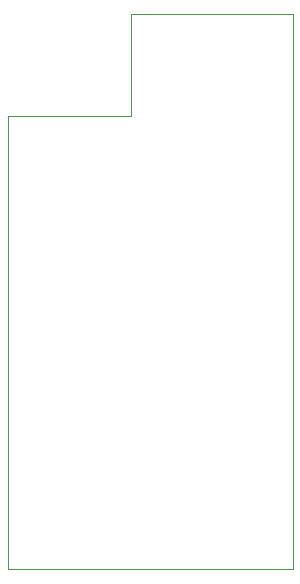
<source format=gbr>
%TF.GenerationSoftware,KiCad,Pcbnew,(7.0.0)*%
%TF.CreationDate,2023-08-04T20:04:38+01:00*%
%TF.ProjectId,DataIODecode,44617461-494f-4446-9563-6f64652e6b69,rev?*%
%TF.SameCoordinates,Original*%
%TF.FileFunction,Profile,NP*%
%FSLAX46Y46*%
G04 Gerber Fmt 4.6, Leading zero omitted, Abs format (unit mm)*
G04 Created by KiCad (PCBNEW (7.0.0)) date 2023-08-04 20:04:38*
%MOMM*%
%LPD*%
G01*
G04 APERTURE LIST*
%TA.AperFunction,Profile*%
%ADD10C,0.100000*%
%TD*%
G04 APERTURE END LIST*
D10*
X142494000Y-79248000D02*
X132080000Y-79248000D01*
X132080000Y-79248000D02*
X132080000Y-117602000D01*
X156210000Y-70612000D02*
X156210000Y-117602000D01*
X156210000Y-117602000D02*
X132080000Y-117602000D01*
X142494000Y-70612000D02*
X156210000Y-70612000D01*
X142494000Y-79248000D02*
X142494000Y-70612000D01*
M02*

</source>
